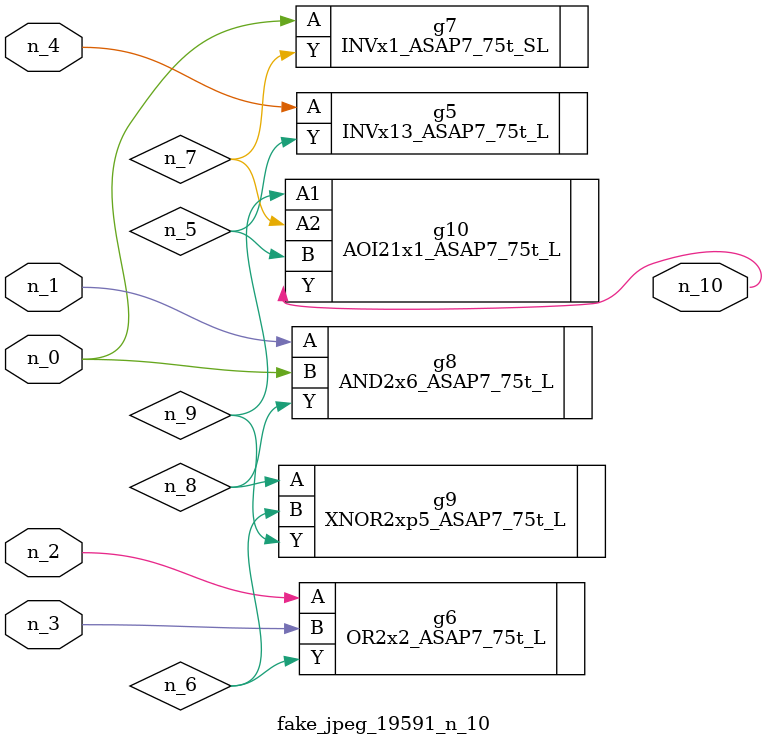
<source format=v>
module fake_jpeg_19591_n_10 (n_3, n_2, n_1, n_0, n_4, n_10);

input n_3;
input n_2;
input n_1;
input n_0;
input n_4;

output n_10;

wire n_8;
wire n_9;
wire n_6;
wire n_5;
wire n_7;

INVx13_ASAP7_75t_L g5 ( 
.A(n_4),
.Y(n_5)
);

OR2x2_ASAP7_75t_L g6 ( 
.A(n_2),
.B(n_3),
.Y(n_6)
);

INVx1_ASAP7_75t_SL g7 ( 
.A(n_0),
.Y(n_7)
);

AND2x6_ASAP7_75t_L g8 ( 
.A(n_1),
.B(n_0),
.Y(n_8)
);

XNOR2xp5_ASAP7_75t_L g9 ( 
.A(n_8),
.B(n_6),
.Y(n_9)
);

AOI21x1_ASAP7_75t_L g10 ( 
.A1(n_9),
.A2(n_7),
.B(n_5),
.Y(n_10)
);


endmodule
</source>
